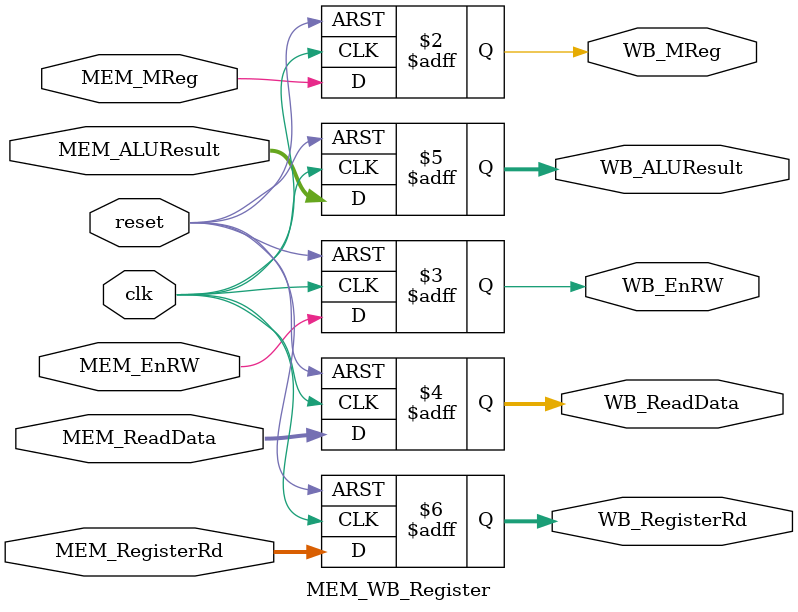
<source format=v>
module IF_ID_Register (
    input wire clk,
    input wire reset,
    input wire IFIDWrite,
    input wire [31:0] IF_PC,
    input wire [31:0] IF_Instruction,
    output reg [31:0] ID_PC,
    output reg [31:0] ID_Instruction
);
    always @(posedge clk or posedge reset) begin
        if (reset) begin
            ID_PC <= 32'h00000000;
            ID_Instruction <= 32'h00000000;
        end else if (IFIDWrite) begin
            ID_PC <= IF_PC;
            ID_Instruction <= IF_Instruction;
        end
    end
endmodule

// ID/EX Pipeline Register
module ID_EX_Register (
    input wire clk,
    input wire reset,
    // Control signals
    input wire ID_ALUSrc,
    input wire [1:0] ID_ALUOp,
    input wire ID_MR,
    input wire ID_MW,
    input wire ID_MReg,
    input wire ID_EnRW,
    // Data signals
    input wire [31:0] ID_PC,
    input wire [31:0] ID_ReadData1,
    input wire [31:0] ID_ReadData2,
    input wire [15:0] ID_Immediate,
    input wire [3:0] ID_RegisterRs,
    input wire [3:0] ID_RegisterRt,
    input wire [3:0] ID_RegisterRd,
    // Outputs
    output reg EX_ALUSrc,
    output reg [1:0] EX_ALUOp,
    output reg EX_MR,
    output reg EX_MW,
    output reg EX_MReg,
    output reg EX_EnRW,
    output reg [31:0] EX_PC,
    output reg [31:0] EX_ReadData1,
    output reg [31:0] EX_ReadData2,
    output reg [15:0] EX_Immediate,
    output reg [3:0] EX_RegisterRs,
    output reg [3:0] EX_RegisterRt,
    output reg [3:0] EX_RegisterRd
);
    always @(posedge clk or posedge reset) begin
        if (reset) begin
            // Reset all values
            EX_ALUSrc <= 1'b0;
            EX_ALUOp <= 2'b00;
            EX_MR <= 1'b0;
            EX_MW <= 1'b0;
            EX_MReg <= 1'b0;
            EX_EnRW <= 1'b0;
            EX_PC <= 32'h00000000;
            EX_ReadData1 <= 32'h00000000;
            EX_ReadData2 <= 32'h00000000;
            EX_Immediate <= 16'h0000;
            EX_RegisterRs <= 4'h0;
            EX_RegisterRt <= 4'h0;
            EX_RegisterRd <= 4'h0;
        end else begin
            // Pass values to next stage
            EX_ALUSrc <= ID_ALUSrc;
            EX_ALUOp <= ID_ALUOp;
            EX_MR <= ID_MR;
            EX_MW <= ID_MW;
            EX_MReg <= ID_MReg;
            EX_EnRW <= ID_EnRW;
            EX_PC <= ID_PC;
            EX_ReadData1 <= ID_ReadData1;
            EX_ReadData2 <= ID_ReadData2;
            EX_Immediate <= ID_Immediate;
            EX_RegisterRs <= ID_RegisterRs;
            EX_RegisterRt <= ID_RegisterRt;
            EX_RegisterRd <= ID_RegisterRd;
        end
    end
endmodule

// EX/MEM Pipeline Register
module EX_MEM_Register (
    input wire clk,
    input wire reset,
    // Control signals
    input wire EX_MR,
    input wire EX_MW,
    input wire EX_MReg,
    input wire EX_EnRW,
    // Data signals
    input wire [31:0] EX_ALUResult,
    input wire [31:0] EX_WriteData,
    input wire [3:0] EX_RegisterRd,
    // Outputs
    output reg MEM_MR,
    output reg MEM_MW,
    output reg MEM_MReg,
    output reg MEM_EnRW,
    output reg [31:0] MEM_ALUResult,
    output reg [31:0] MEM_WriteData,
    output reg [3:0] MEM_RegisterRd
);
    always @(posedge clk or posedge reset) begin
        if (reset) begin
            // Reset all values
            MEM_MR <= 1'b0;
            MEM_MW <= 1'b0;
            MEM_MReg <= 1'b0;
            MEM_EnRW <= 1'b0;
            MEM_ALUResult <= 32'h00000000;
            MEM_WriteData <= 32'h00000000;
            MEM_RegisterRd <= 4'h0;
        end else begin
            // Pass values to next stage
            MEM_MR <= EX_MR;
            MEM_MW <= EX_MW;
            MEM_MReg <= EX_MReg;
            MEM_EnRW <= EX_EnRW;
            MEM_ALUResult <= EX_ALUResult;
            MEM_WriteData <= EX_WriteData;
            MEM_RegisterRd <= EX_RegisterRd;
        end
    end
endmodule

// MEM/WB Pipeline Register
module MEM_WB_Register (
    input wire clk,
    input wire reset,
    // Control signals
    input wire MEM_MReg,
    input wire MEM_EnRW,
    // Data signals
    input wire [31:0] MEM_ReadData,
    input wire [31:0] MEM_ALUResult,
    input wire [3:0] MEM_RegisterRd,
    // Outputs
    output reg WB_MReg,
    output reg WB_EnRW,
    output reg [31:0] WB_ReadData,
    output reg [31:0] WB_ALUResult,
    output reg [3:0] WB_RegisterRd
);
    always @(posedge clk or posedge reset) begin
        if (reset) begin
            // Reset all values
            WB_MReg <= 1'b0;
            WB_EnRW <= 1'b0;
            WB_ReadData <= 32'h00000000;
            WB_ALUResult <= 32'h00000000;
            WB_RegisterRd <= 4'h0;
        end else begin
            // Pass values to next stage
            WB_MReg <= MEM_MReg;
            WB_EnRW <= MEM_EnRW;
            WB_ReadData <= MEM_ReadData;
            WB_ALUResult <= MEM_ALUResult;
            WB_RegisterRd <= MEM_RegisterRd;
        end
    end
endmodule
</source>
